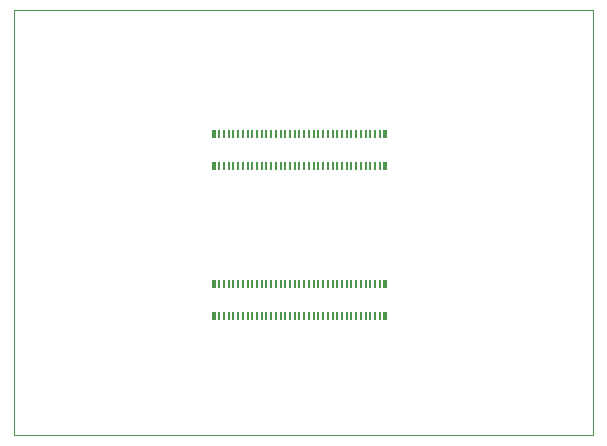
<source format=gbp>
G04 EAGLE Gerber X2 export*
%TF.Part,Single*%
%TF.FileFunction,Other,Bottom Paste*%
%TF.FilePolarity,Positive*%
%TF.GenerationSoftware,Autodesk,EAGLE,9.0.0*%
%TF.CreationDate,2018-08-23T05:46:31Z*%
G75*
%MOMM*%
%FSLAX34Y34*%
%LPD*%
%AMOC8*
5,1,8,0,0,1.08239X$1,22.5*%
G01*
%ADD10C,0.000000*%
%ADD11R,0.230000X0.660000*%
%ADD12R,0.350000X0.660000*%


D10*
X0Y0D02*
X490000Y0D01*
X490000Y360000D01*
X0Y360000D01*
X0Y0D01*
D11*
X173300Y254850D03*
X173300Y227750D03*
X177300Y254850D03*
X177300Y227750D03*
X181300Y254850D03*
X181300Y227750D03*
X185300Y254850D03*
X185300Y227750D03*
X189300Y254850D03*
X189300Y227750D03*
X193300Y254850D03*
X193300Y227750D03*
X197300Y254850D03*
X197300Y227750D03*
X201300Y254850D03*
X201300Y227750D03*
X205300Y254850D03*
X205300Y227750D03*
X209300Y254850D03*
X209300Y227750D03*
X213300Y254850D03*
X213300Y227750D03*
X217300Y254850D03*
X217300Y227750D03*
X221300Y254850D03*
X221300Y227750D03*
X225300Y254850D03*
X225300Y227750D03*
X229300Y254850D03*
X229300Y227750D03*
X233300Y254850D03*
X233300Y227750D03*
X237300Y254850D03*
X237300Y227750D03*
X241300Y254850D03*
X241300Y227750D03*
X245300Y254850D03*
X245300Y227750D03*
X249300Y254850D03*
X249300Y227750D03*
X253300Y254850D03*
X253300Y227750D03*
X257300Y254850D03*
X257300Y227750D03*
X261300Y254850D03*
X261300Y227750D03*
X265300Y254850D03*
X265300Y227750D03*
X269300Y254850D03*
X269300Y227750D03*
X273300Y254850D03*
X273300Y227750D03*
X277300Y254850D03*
X277300Y227750D03*
X281300Y254850D03*
X281300Y227750D03*
X285300Y254850D03*
X285300Y227750D03*
X289300Y254850D03*
X289300Y227750D03*
X293300Y254850D03*
X293300Y227750D03*
X297300Y254850D03*
X297300Y227750D03*
X301300Y254850D03*
X301300Y227750D03*
X305300Y254850D03*
X305300Y227750D03*
X309300Y254850D03*
X309300Y227750D03*
D12*
X168550Y254850D03*
X168550Y227750D03*
X314050Y227750D03*
X314050Y254850D03*
D11*
X173300Y127850D03*
X173300Y100750D03*
X177300Y127850D03*
X177300Y100750D03*
X181300Y127850D03*
X181300Y100750D03*
X185300Y127850D03*
X185300Y100750D03*
X189300Y127850D03*
X189300Y100750D03*
X193300Y127850D03*
X193300Y100750D03*
X197300Y127850D03*
X197300Y100750D03*
X201300Y127850D03*
X201300Y100750D03*
X205300Y127850D03*
X205300Y100750D03*
X209300Y127850D03*
X209300Y100750D03*
X213300Y127850D03*
X213300Y100750D03*
X217300Y127850D03*
X217300Y100750D03*
X221300Y127850D03*
X221300Y100750D03*
X225300Y127850D03*
X225300Y100750D03*
X229300Y127850D03*
X229300Y100750D03*
X233300Y127850D03*
X233300Y100750D03*
X237300Y127850D03*
X237300Y100750D03*
X241300Y127850D03*
X241300Y100750D03*
X245300Y127850D03*
X245300Y100750D03*
X249300Y127850D03*
X249300Y100750D03*
X253300Y127850D03*
X253300Y100750D03*
X257300Y127850D03*
X257300Y100750D03*
X261300Y127850D03*
X261300Y100750D03*
X265300Y127850D03*
X265300Y100750D03*
X269300Y127850D03*
X269300Y100750D03*
X273300Y127850D03*
X273300Y100750D03*
X277300Y127850D03*
X277300Y100750D03*
X281300Y127850D03*
X281300Y100750D03*
X285300Y127850D03*
X285300Y100750D03*
X289300Y127850D03*
X289300Y100750D03*
X293300Y127850D03*
X293300Y100750D03*
X297300Y127850D03*
X297300Y100750D03*
X301300Y127850D03*
X301300Y100750D03*
X305300Y127850D03*
X305300Y100750D03*
X309300Y127850D03*
X309300Y100750D03*
D12*
X168550Y127850D03*
X168550Y100750D03*
X314050Y100750D03*
X314050Y127850D03*
M02*

</source>
